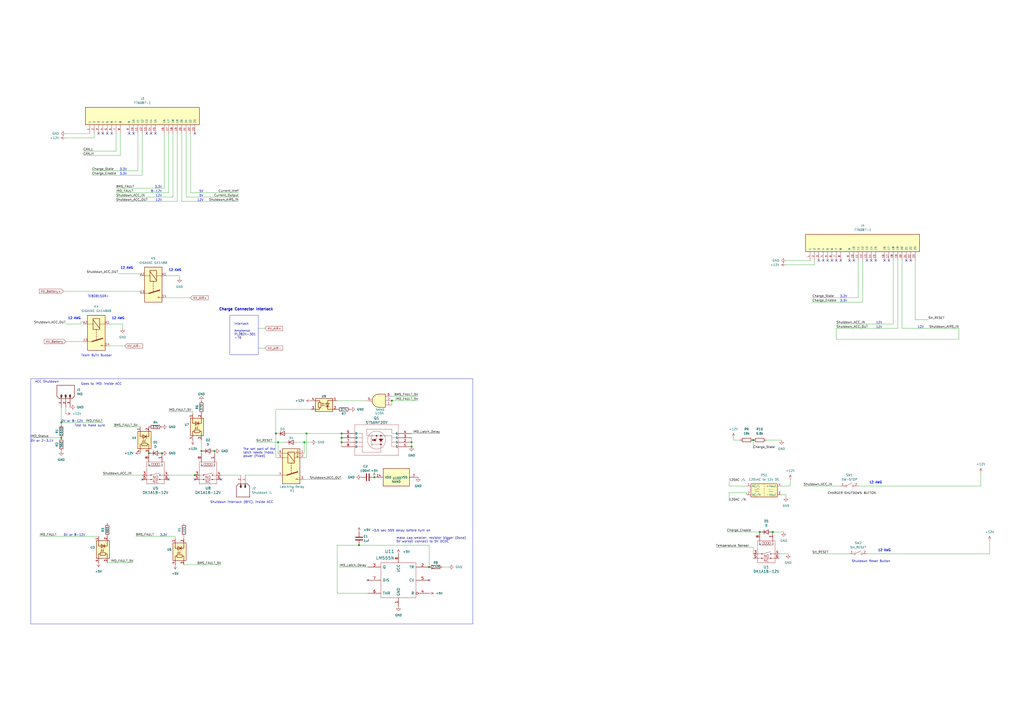
<source format=kicad_sch>
(kicad_sch (version 20230121) (generator eeschema)
  (paper "A2")
  (lib_symbols
    (symbol "1FS_2_Global_Symbol_Library:1053091203" (pin_names (offset 1.016))
      (property "Reference" "J" (at 0 6.35 0))
      (property "Value" "1053091203" (at 0 -7.62 0))
      (symbol "1053091203_0_0"
        (pin passive line (at -5.08 2.54 0) (length 5.08) (name "1") (number "1"))
        (pin passive line (at -5.08 0 0) (length 5.08) (name "2") (number "2"))
        (pin passive line (at -5.08 -2.54 0) (length 5.08) (name "3") (number "3"))
      )
    )
    (symbol "1FS_2_Global_Symbol_Library:776087-1" (pin_names (offset 1.016))
      (property "Reference" "J" (at -5.0808 33.7876 0))
      (property "Value" "776087-1" (at -5.0826 -35.5781 0))
      (symbol "776087-1_0_0"
        (pin passive line (at -10.16 30.48 0) (length 5.08) (name "1") (number "1"))
        (pin passive line (at -10.16 5.08 0) (length 5.08) (name "10") (number "10"))
        (pin passive line (at -10.16 2.54 0) (length 5.08) (name "11") (number "11"))
        (pin passive line (at -10.16 0 0) (length 5.08) (name "12") (number "12"))
        (pin passive line (at -10.16 -2.54 0) (length 5.08) (name "13") (number "13"))
        (pin passive line (at -10.16 -5.08 0) (length 5.08) (name "14") (number "14"))
        (pin passive line (at -10.16 -7.62 0) (length 5.08) (name "15") (number "15"))
        (pin passive line (at -10.16 -12.7 0) (length 5.08) (name "16") (number "16"))
        (pin passive line (at -10.16 -15.24 0) (length 5.08) (name "17") (number "17"))
        (pin passive line (at -10.16 -17.78 0) (length 5.08) (name "18") (number "18"))
        (pin passive line (at -10.16 -20.32 0) (length 5.08) (name "19") (number "19"))
        (pin passive line (at -10.16 27.94 0) (length 5.08) (name "2") (number "2"))
        (pin passive line (at -10.16 -22.86 0) (length 5.08) (name "20") (number "20"))
        (pin passive line (at -10.16 -25.4 0) (length 5.08) (name "21") (number "21"))
        (pin passive line (at -10.16 -27.94 0) (length 5.08) (name "22") (number "22"))
        (pin passive line (at -10.16 -30.48 0) (length 5.08) (name "23") (number "23"))
        (pin passive line (at -10.16 25.4 0) (length 5.08) (name "3") (number "3"))
        (pin passive line (at -10.16 22.86 0) (length 5.08) (name "4") (number "4"))
        (pin passive line (at -10.16 20.32 0) (length 5.08) (name "5") (number "5"))
        (pin passive line (at -10.16 17.78 0) (length 5.08) (name "6") (number "6"))
        (pin passive line (at -10.16 15.24 0) (length 5.08) (name "7") (number "7"))
        (pin passive line (at -10.16 12.7 0) (length 5.08) (name "8") (number "8"))
        (pin passive line (at -10.16 7.62 0) (length 5.08) (name "9") (number "9"))
      )
    )
    (symbol "1_ACC_BOARD:STS6NF20V" (pin_names (offset 0.254))
      (property "Reference" "CR" (at 20.32 10.16 0))
      (property "Value" "STS6NF20V" (at 20.32 7.62 0))
      (symbol "STS6NF20V_0_1"
        (pin unspecified line (at 0 0 0) (length 7.62) (name "S") (number "1"))
        (pin unspecified line (at 0 -2.54 0) (length 7.62) (name "S") (number "2"))
        (pin unspecified line (at 0 -5.08 0) (length 7.62) (name "S") (number "3"))
        (pin unspecified line (at 0 -7.62 0) (length 7.62) (name "G") (number "4"))
        (pin unspecified line (at 40.64 -7.62 180) (length 7.62) (name "D") (number "5"))
        (pin unspecified line (at 40.64 -5.08 180) (length 7.62) (name "D") (number "6"))
        (pin unspecified line (at 40.64 -2.54 180) (length 7.62) (name "D") (number "7"))
        (pin unspecified line (at 40.64 0 180) (length 7.62) (name "D") (number "8"))
      )
    )
    (symbol "1_Personal_FS_Library:G6BK-1114P-US"
      (property "Reference" "K" (at -2.54 15.24 0))
      (property "Value" "G6BK-1114P-US" (at 0 -7.62 0))
      (symbol "G6BK-1114P-US_1_1"
        (text "R+" (at 3.81 10.16 900) (effects (font (size 1.016 1.016))))
        (text "S+" (at 3.81 12.7 900) (effects (font (size 1.016 1.016))))
        (pin passive line (at 7.62 11.43 180) (length 2.54) (name "~") (number "1"))
        (pin passive line (at 7.62 8.89 180) (length 2.54) (name "~") (number "2"))
        (pin passive line (at 7.62 -3.81 180) (length 2.54) (name "~") (number "3"))
        (pin passive line (at -7.62 -1.27 0) (length 2.54) (name "~") (number "4"))
        (pin passive line (at -7.62 8.89 0) (length 2.54) (name "~") (number "5"))
        (pin passive line (at -7.62 11.43 0) (length 2.54) (name "~") (number "6"))
      )
    )
    (symbol "2FS-1_Symbol Library:DK1A1B-12V" (pin_names (offset 1.016))
      (property "Reference" "U" (at -2.54 0 0))
      (property "Value" "DK1A1B-12V" (at 6.35 0 90))
      (symbol "DK1A1B-12V_0_0"
        (text "NC" (at 3.81 0 900) (effects (font (size 1.524 1.524))))
        (text "NO" (at 1.27 0 900) (effects (font (size 1.524 1.524))))
      )
      (symbol "DK1A1B-12V_1_1"
        (pin power_in line (at -12.7 -3.81 0) (length 5.08) (name "-") (number "1"))
        (pin passive line (at 0 7.62 270) (length 2.54) (name "~") (number "3"))
        (pin passive line (at 0 -7.62 90) (length 2.54) (name "~") (number "4"))
        (pin passive line (at 2.54 7.62 270) (length 2.54) (name "~") (number "5"))
        (pin passive line (at 2.54 -7.62 90) (length 2.54) (name "~") (number "6"))
        (pin power_in line (at -12.7 3.81 0) (length 5.08) (name "+") (number "8"))
      )
    )
    (symbol "2FS-1_Symbol Library:LM555N" (pin_names (offset 1.016))
      (property "Reference" "U" (at 0 0 0))
      (property "Value" "LM555N" (at 0 2.54 0))
      (symbol "LM555N_0_0"
        (pin power_in line (at 0 -15.24 90) (length 5.08) (name "GND") (number "1"))
        (pin power_in line (at 0 15.24 270) (length 5.08) (name "VCC") (number "8"))
      )
      (symbol "LM555N_1_1"
        (pin input line (at -17.78 7.62 0) (length 7.62) (name "TR") (number "2"))
        (pin output line (at 17.78 7.62 180) (length 7.62) (name "Q") (number "3"))
        (pin input inverted (at -17.78 -7.62 0) (length 7.62) (name "R") (number "4"))
        (pin input line (at -17.78 0 0) (length 7.62) (name "CV") (number "5"))
        (pin input line (at 17.78 -7.62 180) (length 7.62) (name "THR") (number "6"))
        (pin input line (at 17.78 0 180) (length 7.62) (name "DIS") (number "7"))
      )
    )
    (symbol "4xxx:4023" (pin_names (offset 1.016))
      (property "Reference" "U" (at 0 1.27 0))
      (property "Value" "4023" (at 0 -1.27 0))
      (symbol "4023_1_1"
        (pin input line (at -7.62 2.54 0) (length 3.81) (name "~") (number "1"))
        (pin input line (at -7.62 0 0) (length 3.81) (name "~") (number "2"))
        (pin input line (at -7.62 -2.54 0) (length 3.81) (name "~") (number "8"))
        (pin output inverted (at 7.62 0 180) (length 3.81) (name "~") (number "9"))
      )
      (symbol "4023_1_2"
        (pin input inverted (at -7.62 2.54 0) (length 4.318) (name "~") (number "1"))
        (pin input inverted (at -7.62 0 0) (length 4.953) (name "~") (number "2"))
        (pin input inverted (at -7.62 -2.54 0) (length 4.318) (name "~") (number "8"))
        (pin output line (at 7.62 0 180) (length 3.81) (name "~") (number "9"))
      )
      (symbol "4023_2_1"
        (pin input line (at -7.62 2.54 0) (length 3.81) (name "~") (number "3"))
        (pin input line (at -7.62 0 0) (length 3.81) (name "~") (number "4"))
        (pin input line (at -7.62 -2.54 0) (length 3.81) (name "~") (number "5"))
        (pin output inverted (at 7.62 0 180) (length 3.81) (name "~") (number "6"))
      )
      (symbol "4023_2_2"
        (pin input inverted (at -7.62 2.54 0) (length 4.318) (name "~") (number "3"))
        (pin input inverted (at -7.62 0 0) (length 4.953) (name "~") (number "4"))
        (pin input inverted (at -7.62 -2.54 0) (length 4.318) (name "~") (number "5"))
        (pin output line (at 7.62 0 180) (length 3.81) (name "~") (number "6"))
      )
      (symbol "4023_3_1"
        (pin output inverted (at 7.62 0 180) (length 3.81) (name "~") (number "10"))
        (pin input line (at -7.62 2.54 0) (length 3.81) (name "~") (number "11"))
        (pin input line (at -7.62 0 0) (length 3.81) (name "~") (number "12"))
        (pin input line (at -7.62 -2.54 0) (length 3.81) (name "~") (number "13"))
      )
      (symbol "4023_3_2"
        (pin output line (at 7.62 0 180) (length 3.81) (name "~") (number "10"))
        (pin input inverted (at -7.62 2.54 0) (length 4.318) (name "~") (number "11"))
        (pin input inverted (at -7.62 0 0) (length 4.953) (name "~") (number "12"))
        (pin input inverted (at -7.62 -2.54 0) (length 4.318) (name "~") (number "13"))
      )
      (symbol "4023_4_0"
        (pin power_in line (at 0 12.7 270) (length 5.08) (name "VDD") (number "14"))
        (pin power_in line (at 0 -12.7 90) (length 5.08) (name "VSS") (number "7"))
      )
    )
    (symbol "Converter_ACDC:HLK-5M03"
      (property "Reference" "PS" (at 0 5.08 0))
      (property "Value" "HLK-5M03" (at 0 -5.08 0))
      (symbol "HLK-5M03_1_1"
        (pin power_in line (at -10.16 2.54 0) (length 2.54) (name "AC/L") (number "1"))
        (pin power_in line (at -10.16 -2.54 0) (length 2.54) (name "AC/N") (number "2"))
        (pin power_out line (at 10.16 -2.54 180) (length 2.54) (name "-Vout") (number "3"))
        (pin power_out line (at 10.16 2.54 180) (length 2.54) (name "+Vout") (number "4"))
      )
    )
    (symbol "Device:C" (pin_numbers hide) (pin_names (offset 0.254))
      (property "Reference" "C" (at 0.635 2.54 0))
      (property "Value" "C" (at 0.635 -2.54 0))
      (symbol "C_1_1"
        (pin passive line (at 0 3.81 270) (length 2.794) (name "~") (number "1"))
        (pin passive line (at 0 -3.81 90) (length 2.794) (name "~") (number "2"))
      )
    )
    (symbol "Device:D" (pin_numbers hide) (pin_names (offset 1.016) hide)
      (property "Reference" "D" (at 0 2.54 0))
      (property "Value" "D" (at 0 -2.54 0))
      (symbol "D_1_1"
        (pin passive line (at -3.81 0 0) (length 2.54) (name "K") (number "1"))
        (pin passive line (at 3.81 0 180) (length 2.54) (name "A") (number "2"))
      )
    )
    (symbol "Device:R" (pin_numbers hide) (pin_names (offset 0))
      (property "Reference" "R" (at 2.032 0 90))
      (property "Value" "R" (at 0 0 90))
      (symbol "R_1_1"
        (pin passive line (at 0 3.81 270) (length 1.27) (name "~") (number "1"))
        (pin passive line (at 0 -3.81 90) (length 1.27) (name "~") (number "2"))
      )
    )
    (symbol "Isolator:NSL-32" (pin_names (offset 0.762) hide)
      (property "Reference" "U" (at 0 5.08 0))
      (property "Value" "NSL-32" (at 0 -5.08 0))
      (symbol "NSL-32_1_1"
        (pin passive line (at -7.62 2.54 0) (length 2.54) (name "A") (number "1"))
        (pin passive line (at -7.62 -2.54 0) (length 2.54) (name "K") (number "2"))
        (pin passive line (at 7.62 -2.54 180) (length 2.54) (name "R") (number "3"))
        (pin passive line (at 7.62 2.54 180) (length 2.54) (name "R") (number "4"))
      )
    )
    (symbol "R_1" (pin_numbers hide) (pin_names (offset 0))
      (property "Reference" "R" (at 2.032 0 90))
      (property "Value" "R" (at 0 0 90))
      (symbol "R_1_1_1"
        (pin passive line (at 0 3.81 270) (length 1.27) (name "~") (number "1"))
        (pin passive line (at 0 -3.81 90) (length 1.27) (name "~") (number "2"))
      )
    )
    (symbol "R_2" (pin_numbers hide) (pin_names (offset 0))
      (property "Reference" "R" (at 2.032 0 90))
      (property "Value" "R" (at 0 0 90))
      (symbol "R_2_1_1"
        (pin passive line (at 0 3.81 270) (length 1.27) (name "~") (number "1"))
        (pin passive line (at 0 -3.81 90) (length 1.27) (name "~") (number "2"))
      )
    )
    (symbol "R_7" (pin_numbers hide) (pin_names (offset 0))
      (property "Reference" "R" (at 2.032 0 90))
      (property "Value" "R" (at 0 0 90))
      (symbol "R_7_1_1"
        (pin passive line (at 0 3.81 270) (length 1.27) (name "~") (number "1"))
        (pin passive line (at 0 -3.81 90) (length 1.27) (name "~") (number "2"))
      )
    )
    (symbol "R_8" (pin_numbers hide) (pin_names (offset 0))
      (property "Reference" "R" (at 2.032 0 90))
      (property "Value" "R" (at 0 0 90))
      (symbol "R_8_1_1"
        (pin passive line (at 0 3.81 270) (length 1.27) (name "~") (number "1"))
        (pin passive line (at 0 -3.81 90) (length 1.27) (name "~") (number "2"))
      )
    )
    (symbol "Relay:Relay_SPST-NO"
      (property "Reference" "K" (at 11.43 3.81 0))
      (property "Value" "Relay_SPST-NO" (at 11.43 1.27 0))
      (symbol "Relay_SPST-NO_1_1"
        (pin passive line (at 5.08 -7.62 90) (length 2.54) (name "~") (number "13"))
        (pin passive line (at 7.62 7.62 270) (length 2.54) (name "~") (number "14"))
        (pin passive line (at -5.08 7.62 270) (length 2.54) (name "~") (number "A1"))
        (pin passive line (at -5.08 -7.62 90) (length 2.54) (name "~") (number "A2"))
      )
    )
    (symbol "Switch:SW_SPST" (pin_names (offset 0) hide)
      (property "Reference" "SW" (at 0 3.175 0))
      (property "Value" "SW_SPST" (at 0 -2.54 0))
      (symbol "SW_SPST_1_1"
        (pin passive line (at -5.08 0 0) (length 2.54) (name "A") (number "1"))
        (pin passive line (at 5.08 0 180) (length 2.54) (name "B") (number "2"))
      )
    )
    (symbol "molex_1053091202:1053091202" (pin_names (offset 1.016))
      (property "Reference" "J" (at 0 3.81 0))
      (property "Value" "1053091202" (at 0 -7.62 0))
      (symbol "1053091202_0_0"
        (pin passive line (at -5.08 0 0) (length 5.08) (name "1") (number "1"))
        (pin passive line (at -5.08 -2.54 0) (length 5.08) (name "2") (number "2"))
      )
    )
    (symbol "power:+12V" (power) (pin_names (offset 0))
      (property "Value" "+12V" (at 0 3.556 0))
      (symbol "+12V_1_1"
        (pin power_in line (at 0 0 90) (length 0) hide (name "+12V") (number "1"))
      )
    )
    (symbol "power:+5V" (power) (pin_names (offset 0))
      (property "Value" "+5V" (at 0 3.556 0))
      (symbol "+5V_1_1"
        (pin power_in line (at 0 0 90) (length 0) hide (name "+5V") (number "1"))
      )
    )
    (symbol "power:GND" (power) (pin_names (offset 0))
      (property "Value" "GND" (at 0 -3.81 0))
      (symbol "GND_1_1"
        (pin power_in line (at 0 0 270) (length 0) hide (name "GND") (number "1"))
      )
    )
  )
  (junction (at 113.03 275.59))
  (junction (at 176.53 256.54))
  (junction (at 217.17 276.86))
  (junction (at 440.69 308.61))
  (junction (at 124.46 261.62))
  (junction (at 86.36 262.89))
  (junction (at 448.31 308.61))
  (junction (at 177.8 251.46))
  (junction (at 208.28 316.23))
  (junction (at 198.12 254))
  (junction (at 198.12 256.54))
  (junction (at 116.84 261.62))
  (junction (at 35.56 245.11))
  (junction (at 227.33 232.41))
  (junction (at 160.02 251.46))
  (junction (at 248.92 328.93))
  (junction (at 93.98 262.89))
  (junction (at 238.76 259.08))
  (junction (at 198.12 251.46))
  (junction (at 238.76 256.54))
  (junction (at 436.88 255.27))
  (junction (at 35.56 254))
  (junction (at 161.29 256.54))
  (no_connect (at 474.98 151.13))
  (no_connect (at 113.03 278.13))
  (no_connect (at 525.78 151.13))
  (no_connect (at 482.6 151.13))
  (no_connect (at 97.79 278.13))
  (no_connect (at 248.92 336.55))
  (no_connect (at 64.77 77.47))
  (no_connect (at 113.03 77.47))
  (no_connect (at 480.06 151.13))
  (no_connect (at 77.47 77.47))
  (no_connect (at 513.08 151.13))
  (no_connect (at 82.55 278.13))
  (no_connect (at 85.09 77.47))
  (no_connect (at 495.3 151.13))
  (no_connect (at 477.52 151.13))
  (no_connect (at 128.27 278.13))
  (no_connect (at 213.36 336.55))
  (no_connect (at 502.92 151.13))
  (no_connect (at 59.69 77.47))
  (no_connect (at 508 151.13))
  (no_connect (at 87.63 77.47))
  (no_connect (at 57.15 77.47))
  (no_connect (at 62.23 77.47))
  (no_connect (at 505.46 151.13))
  (no_connect (at 515.62 151.13))
  (no_connect (at 487.68 151.13))
  (no_connect (at 74.93 77.47))
  (no_connect (at 90.17 77.47))
  (no_connect (at 485.14 151.13))
  (no_connect (at 492.76 151.13))
  (no_connect (at 528.32 151.13))
  (wire (pts (xy 212.09 232.41) (xy 195.58 232.41)))
  (wire (pts (xy 227.33 232.41) (xy 227.33 234.95)))
  (wire (pts (xy 180.34 237.49) (xy 160.02 237.49)))
  (wire (pts (xy 198.12 251.46) (xy 177.8 251.46)))
  (wire (pts (xy 71.12 187.96) (xy 71.12 190.5)))
  (wire (pts (xy 142.24 275.59) (xy 161.29 275.59)))
  (wire (pts (xy 17.78 254) (xy 35.56 254)))
  (wire (pts (xy 422.91 285.75) (xy 433.07 285.75)))
  (wire (pts (xy 256.54 328.93) (xy 260.35 328.93)))
  (wire (pts (xy 102.87 77.47) (xy 102.87 116.84)))
  (wire (pts (xy 455.93 151.13) (xy 469.9 151.13)))
  (wire (pts (xy 97.79 238.76) (xy 111.76 238.76)))
  (wire (pts (xy 518.16 151.13) (xy 518.16 187.96)))
  (wire (pts (xy 167.64 251.46) (xy 177.8 251.46)))
  (wire (pts (xy 242.57 232.41) (xy 227.33 232.41)))
  (wire (pts (xy 523.24 151.13) (xy 523.24 190.5)))
  (wire (pts (xy 568.96 274.32) (xy 568.96 281.94)))
  (wire (pts (xy 485.14 187.96) (xy 518.16 187.96)))
  (wire (pts (xy 198.12 256.54) (xy 198.12 254)))
  (wire (pts (xy 22.86 311.15) (xy 57.15 311.15)))
  (wire (pts (xy 421.64 308.61) (xy 440.69 308.61)))
  (wire (pts (xy 97.79 77.47) (xy 97.79 111.76)))
  (wire (pts (xy 48.26 186.69) (xy 48.26 187.96)))
  (wire (pts (xy 497.84 172.72) (xy 471.17 172.72)))
  (wire (pts (xy 59.69 275.59) (xy 82.55 275.59)))
  (wire (pts (xy 53.34 101.6) (xy 82.55 101.6)))
  (wire (pts (xy 556.26 196.85) (xy 485.14 196.85)))
  (wire (pts (xy 35.56 236.22) (xy 35.56 245.11)))
  (wire (pts (xy 101.6 311.15) (xy 101.6 312.42)))
  (wire (pts (xy 82.55 77.47) (xy 82.55 101.6)))
  (wire (pts (xy 67.31 111.76) (xy 97.79 111.76)))
  (wire (pts (xy 453.39 281.94) (xy 458.47 281.94)))
  (wire (pts (xy 198.12 259.08) (xy 198.12 256.54)))
  (wire (pts (xy 48.26 87.63) (xy 67.31 87.63)))
  (wire (pts (xy 96.52 160.02) (xy 104.14 160.02)))
  (wire (pts (xy 195.58 344.17) (xy 213.36 344.17)))
  (wire (pts (xy 453.39 287.02) (xy 455.93 287.02)))
  (wire (pts (xy 422.91 279.4) (xy 422.91 281.94)))
  (wire (pts (xy 497.84 151.13) (xy 497.84 172.72)))
  (wire (pts (xy 116.84 261.62) (xy 116.84 262.89)))
  (wire (pts (xy 111.76 238.76) (xy 111.76 240.03)))
  (wire (pts (xy 54.61 77.47) (xy 54.61 80.01)))
  (wire (pts (xy 160.02 265.43) (xy 161.29 265.43)))
  (wire (pts (xy 81.28 158.75) (xy 81.28 160.02)))
  (wire (pts (xy 97.79 275.59) (xy 113.03 275.59)))
  (wire (pts (xy 520.7 151.13) (xy 520.7 190.5)))
  (wire (pts (xy 425.45 254) (xy 425.45 255.27)))
  (wire (pts (xy 502.92 321.31) (xy 574.04 321.31)))
  (wire (pts (xy 148.59 256.54) (xy 161.29 256.54)))
  (wire (pts (xy 208.28 316.23) (xy 248.92 316.23)))
  (wire (pts (xy 530.86 151.13) (xy 530.86 185.42)))
  (wire (pts (xy 500.38 151.13) (xy 500.38 175.26)))
  (wire (pts (xy 36.83 168.91) (xy 81.28 168.91)))
  (wire (pts (xy 196.85 328.93) (xy 213.36 328.93)))
  (wire (pts (xy 38.1 240.03) (xy 38.1 236.22)))
  (wire (pts (xy 105.41 77.47) (xy 105.41 116.84)))
  (wire (pts (xy 138.43 116.84) (xy 105.41 116.84)))
  (wire (pts (xy 195.58 316.23) (xy 195.58 344.17)))
  (wire (pts (xy 139.7 275.59) (xy 128.27 275.59)))
  (wire (pts (xy 69.85 77.47) (xy 69.85 90.17)))
  (wire (pts (xy 38.1 187.96) (xy 46.99 187.96)))
  (wire (pts (xy 176.53 265.43) (xy 177.8 265.43)))
  (wire (pts (xy 176.53 256.54) (xy 172.72 256.54)))
  (wire (pts (xy 238.76 259.08) (xy 238.76 256.54)))
  (wire (pts (xy 436.88 255.27) (xy 436.88 260.35)))
  (wire (pts (xy 62.23 326.39) (xy 77.47 326.39)))
  (wire (pts (xy 38.1 198.12) (xy 48.26 198.12)))
  (wire (pts (xy 556.26 190.5) (xy 523.24 190.5)))
  (wire (pts (xy 67.31 109.22) (xy 95.25 109.22)))
  (wire (pts (xy 46.99 187.96) (xy 46.99 186.69)))
  (wire (pts (xy 67.31 116.84) (xy 102.87 116.84)))
  (wire (pts (xy 485.14 196.85) (xy 485.14 190.5)))
  (wire (pts (xy 176.53 256.54) (xy 180.34 256.54)))
  (wire (pts (xy 63.5 187.96) (xy 71.12 187.96)))
  (wire (pts (xy 433.07 285.75) (xy 433.07 287.02)))
  (wire (pts (xy 46.99 186.69) (xy 48.26 186.69)))
  (wire (pts (xy 35.56 245.11) (xy 59.69 245.11)))
  (wire (pts (xy 436.88 317.5) (xy 436.88 321.31)))
  (wire (pts (xy 96.52 172.72) (xy 110.49 172.72)))
  (wire (pts (xy 448.31 308.61) (xy 454.66 308.61)))
  (wire (pts (xy 81.28 168.91) (xy 81.28 170.18)))
  (wire (pts (xy 452.12 321.31) (xy 457.2 321.31)))
  (wire (pts (xy 176.53 262.89) (xy 176.53 256.54)))
  (wire (pts (xy 104.14 160.02) (xy 104.14 161.29)))
  (wire (pts (xy 574.04 313.69) (xy 574.04 321.31)))
  (wire (pts (xy 149.86 190.5) (xy 153.67 190.5)))
  (wire (pts (xy 124.46 262.89) (xy 124.46 261.62)))
  (wire (pts (xy 67.31 114.3) (xy 100.33 114.3)))
  (wire (pts (xy 198.12 254) (xy 198.12 251.46)))
  (wire (pts (xy 530.86 185.42) (xy 538.48 185.42)))
  (wire (pts (xy 242.57 229.87) (xy 227.33 229.87)))
  (wire (pts (xy 455.93 287.02) (xy 455.93 288.29)))
  (wire (pts (xy 100.33 77.47) (xy 100.33 114.3)))
  (wire (pts (xy 161.29 256.54) (xy 161.29 262.89)))
  (wire (pts (xy 425.45 255.27) (xy 429.26 255.27)))
  (wire (pts (xy 485.14 190.5) (xy 520.7 190.5)))
  (wire (pts (xy 556.26 190.5) (xy 556.26 196.85)))
  (wire (pts (xy 238.76 256.54) (xy 238.76 254)))
  (wire (pts (xy 110.49 77.47) (xy 110.49 111.76)))
  (wire (pts (xy 66.04 247.65) (xy 81.28 247.65)))
  (wire (pts (xy 472.44 151.13) (xy 472.44 153.67)))
  (wire (pts (xy 160.02 251.46) (xy 160.02 265.43)))
  (wire (pts (xy 35.56 246.38) (xy 35.56 245.11)))
  (wire (pts (xy 106.68 327.66) (xy 128.27 327.66)))
  (wire (pts (xy 80.01 99.06) (xy 53.34 99.06)))
  (wire (pts (xy 176.53 278.13) (xy 198.12 278.13)))
  (wire (pts (xy 458.47 278.13) (xy 458.47 281.94)))
  (wire (pts (xy 48.26 90.17) (xy 69.85 90.17)))
  (wire (pts (xy 248.92 316.23) (xy 248.92 328.93)))
  (wire (pts (xy 106.68 312.42) (xy 106.68 311.15)))
  (wire (pts (xy 165.1 256.54) (xy 161.29 256.54)))
  (wire (pts (xy 107.95 114.3) (xy 138.43 114.3)))
  (wire (pts (xy 177.8 251.46) (xy 177.8 265.43)))
  (wire (pts (xy 255.27 251.46) (xy 238.76 251.46)))
  (wire (pts (xy 107.95 77.47) (xy 107.95 114.3)))
  (wire (pts (xy 455.93 153.67) (xy 472.44 153.67)))
  (wire (pts (xy 160.02 237.49) (xy 160.02 251.46)))
  (wire (pts (xy 38.1 77.47) (xy 52.07 77.47)))
  (wire (pts (xy 78.74 311.15) (xy 101.6 311.15)))
  (wire (pts (xy 116.84 255.27) (xy 116.84 261.62)))
  (wire (pts (xy 422.91 285.75) (xy 422.91 290.83)))
  (wire (pts (xy 471.17 175.26) (xy 500.38 175.26)))
  (wire (pts (xy 422.91 281.94) (xy 433.07 281.94)))
  (wire (pts (xy 95.25 77.47) (xy 95.25 109.22)))
  (wire (pts (xy 195.58 316.23) (xy 208.28 316.23)))
  (wire (pts (xy 497.84 281.94) (xy 568.96 281.94)))
  (wire (pts (xy 38.1 80.01) (xy 54.61 80.01)))
  (wire (pts (xy 149.86 201.93) (xy 153.67 201.93)))
  (wire (pts (xy 115.57 275.59) (xy 113.03 275.59)))
  (wire (pts (xy 415.29 317.5) (xy 436.88 317.5)))
  (wire (pts (xy 471.17 321.31) (xy 492.76 321.31)))
  (wire (pts (xy 80.01 77.47) (xy 80.01 99.06)))
  (wire (pts (xy 63.5 200.66) (xy 72.39 200.66)))
  (wire (pts (xy 466.09 281.94) (xy 487.68 281.94)))
  (wire (pts (xy 444.5 255.27) (xy 453.39 255.27)))
  (wire (pts (xy 110.49 111.76) (xy 138.43 111.76)))
  (wire (pts (xy 68.58 158.75) (xy 81.28 158.75)))
  (wire (pts (xy 67.31 87.63) (xy 67.31 77.47)))
  (rectangle (start 17.78 219.71) (end 274.32 361.95))
  (rectangle (start 133.35 182.88) (end 149.86 205.74))
  (rectangle (start 110.49 177.8) (end 110.49 177.8))
  (text "5V" (at 115.57 114.3 0) (effects (font (size 1.27 1.27)) (justify left bottom)))
  (text "3.3V" (at 92.71 311.15 0) (effects (font (size 1.27 1.27)) (justify left bottom)))
  (text "Charge Connector Interlock\n" (at 127 180.34 0) (effects (font (size 1.5 1.5) (thickness 0.3) bold) (justify left bottom)))
  (text "ACC Shutdown" (at 20.32 222.25 0) (effects (font (size 1.27 1.27)) (justify left bottom)))
  (text "12 AWG" (at 97.79 157.48 0) (effects (font (size 1.27 1.27) (thickness 0.254) bold) (justify left bottom)))
  (text "12 AWG" (at 64.77 185.42 0) (effects (font (size 1.27 1.27) (thickness 0.254) bold) (justify left bottom)))
  (text "12 AWG\n" (at 69.85 156.21 0) (effects (font (size 1.27 1.27) (thickness 0.254) bold) (justify left bottom)))
  (text "3.3V" (at 93.98 109.22 0) (effects (font (size 1.27 1.27)) (justify right bottom)))
  (text "3.3V" (at 491.49 175.26 0) (effects (font (size 1.27 1.27)) (justify right bottom)))
  (text "0V or 2-3.1V" (at 17.78 256.54 0) (effects (font (size 1.27 1.27)) (justify left bottom)))
  (text "3.3V" (at 73.66 101.6 0) (effects (font (size 1.27 1.27)) (justify right bottom)))
  (text "make cap smaller, resistor bigger (Done)\n5V works!; connect to 5V DCDC" (at 229.87 314.96 0) (effects (font (size 1.27 1.27)) (justify left bottom)))
  (text "Test to make sure" (at 43.18 247.65 0) (effects (font (size 1.27 1.27)) (justify left bottom)))
  (text "12V" (at 535.94 190.5 0) (effects (font (size 1.27 1.27)) (justify right bottom)))
  (text "8-12V" (at 93.98 111.76 0) (effects (font (size 1.27 1.27)) (justify right bottom)))
  (text "12V" (at 511.81 190.5 0) (effects (font (size 1.27 1.27)) (justify right bottom)))
  (text "12V" (at 93.98 116.84 0) (effects (font (size 1.27 1.27)) (justify right bottom)))
  (text "Team Built Busbar" (at 46.99 207.01 0) (effects (font (size 1.27 1.27)) (justify left bottom)))
  (text "Goes to IMD; inside ACC" (at 46.99 223.52 0) (effects (font (size 1.27 1.27)) (justify left bottom)))
  (text "0V or 8-12V" (at 35.56 245.11 0) (effects (font (size 1.27 1.27)) (justify left bottom)))
  (text "12V" (at 118.11 116.84 0) (effects (font (size 1.27 1.27)) (justify right bottom)))
  (text "~3.5 sec 555 delay before turn on" (at 215.9 308.61 0) (effects (font (size 1.27 1.27)) (justify left bottom)))
  (text "Shutdown Reset Button\n" (at 494.03 326.39 0) (effects (font (size 1.27 1.27)) (justify left bottom)))
  (text "0V or 8-12V" (at 36.83 311.15 0) (effects (font (size 1.27 1.27)) (justify left bottom)))
  (text "5V" (at 115.57 111.76 0) (effects (font (size 1.27 1.27)) (justify left bottom)))
  (text "12V" (at 511.81 187.96 0) (effects (font (size 1.27 1.27)) (justify right bottom)))
  (text "3.3V" (at 491.49 172.72 0) (effects (font (size 1.27 1.27)) (justify right bottom)))
  (text "12 AWG" (at 504.19 280.67 0) (effects (font (size 1.27 1.27) (thickness 0.254) bold) (justify left bottom)))
  (text "12 AWG" (at 39.37 185.42 0) (effects (font (size 1.27 1.27) (thickness 0.254) bold) (justify left bottom)))
  (text "TE8DB15DRJ" (at 50.8 172.72 0) (effects (font (size 1.27 1.27)) (justify left bottom)))
  (text "12V" (at 93.98 114.3 0) (effects (font (size 1.27 1.27)) (justify right bottom)))
  (text "3.3V" (at 73.66 99.06 0) (effects (font (size 1.27 1.27)) (justify right bottom)))
  (text "12 AWG" (at 509.27 320.04 0) (effects (font (size 1.27 1.27) (thickness 0.254) bold) (justify left bottom)))
  (text "Interlock\n\nAmphenol \nPL282X-301\n-70" (at 135.89 196.85 0) (effects (font (size 1.27 1.27)) (justify left bottom)))
  (text "The set part of the \nlatch needs indep. \npower (fixed)" (at 140.97 265.43 0) (effects (font (size 1.27 1.27)) (justify left bottom)))
  (text "Shutdown interlock (BFC), inside ACC" (at 121.92 292.1 0) (effects (font (size 1.27 1.27)) (justify left bottom)))
  (label "CHARGER SHUTDOWN BUTTON" (at 480.06 287.02 0))
  (label "BMS_FAULT_5V" (at 66.04 247.65 0))
  (label "IMD_FAULT" (at 67.31 111.76 0))
  (label "120AC {slash}L" (at 422.91 279.4 0))
  (label "Shutdown_ACC_IN" (at 67.31 114.3 0))
  (label "IMD_Latch_Delay" (at 196.85 328.93 0))
  (label "CAN_H" (at 48.26 90.17 0))
  (label "Charge_Enable" (at 53.34 101.6 0))
  (label "Charge_State" (at 471.17 172.72 0))
  (label "BMS_FAULT_5V" (at 242.57 229.87 180))
  (label "Shutdown_ACC_OUT" (at 485.14 190.5 0))
  (label "Temperature Sensor" (at 415.29 317.5 0))
  (label "Shutdown_AIRS_IN" (at 138.43 116.84 180))
  (label "Shutdown_ACC_OUT" (at 38.1 187.96 180))
  (label "Shutdown_ACC_IN" (at 485.14 187.96 0))
  (label "Charge_State" (at 53.34 99.06 0))
  (label "Shutdown_ACC_OUT" (at 198.12 278.13 180))
  (label "SH_RESET" (at 148.59 256.54 0))
  (label "120AC {slash}N" (at 422.91 290.83 0))
  (label "IMD_Latch_Delay" (at 255.27 251.46 180))
  (label "BMS_FAULT" (at 67.31 109.22 0))
  (label "BMS_FAULT_5V" (at 128.27 327.66 180))
  (label "SH_RESET" (at 538.48 185.42 0))
  (label "IMD_FAULT_5V" (at 242.57 232.41 180))
  (label "Charge_Enable" (at 471.17 175.26 0))
  (label "Shutdown_ACC_OUT" (at 68.58 158.75 180))
  (label "IMD_Status" (at 17.78 254 0))
  (label "IMD_FAULT_5V" (at 97.79 238.76 0))
  (label "CAN_L" (at 48.26 87.63 0))
  (label "Shutdown_ACC_IN" (at 466.09 281.94 0))
  (label "Shutdown_ACC_OUT" (at 67.31 116.84 0))
  (label "IMD_FAULT" (at 22.86 311.15 0))
  (label "Charge_Enable" (at 421.64 308.61 0))
  (label "Shutdown_ACC_IN" (at 59.69 275.59 0))
  (label "Current_Vref" (at 138.43 111.76 180))
  (label "BMS_FAULT" (at 78.74 311.15 0))
  (label "IMD_FAULT" (at 59.69 245.11 180))
  (label "IMD_FAULT_5V" (at 77.47 326.39 180))
  (label "Charge_State" (at 436.88 260.35 0))
  (label "SH_RESET" (at 471.17 321.31 0))
  (label "Shutdown_AIRS_IN" (at 556.26 190.5 180))
  (label "Current_Output" (at 138.43 114.3 180))
  (global_label "HV_AIR-" (shape input) (at 153.67 201.93 0) (property "Intersheetrefs" "${INTERSHEET_REFS}" (effects hide)))
  (global_label "HV_AIR-" (shape input) (at 72.39 200.66 0) (property "Intersheetrefs" "${INTERSHEET_REFS}" (effects hide)))
  (global_label "HV_Battery+" (shape input) (at 36.83 168.91 180) (property "Intersheetrefs" "${INTERSHEET_REFS}" (effects hide)))
  (global_label "HV_AIR+" (shape input) (at 110.49 172.72 0) (property "Intersheetrefs" "${INTERSHEET_REFS}" (effects hide)))
  (global_label "HV_AIR+" (shape input) (at 153.67 190.5 0) (property "Intersheetrefs" "${INTERSHEET_REFS}" (effects hide)))
  (global_label "HV_Battery" (shape input) (at 38.1 198.12 180) (property "Intersheetrefs" "${INTERSHEET_REFS}" (effects hide)))
  (symbol (lib_id "power:+12V") (at 568.96 274.32 0) (unit 1)
    (property "Reference" "#PWR033" (effects hide))
    (property "Value" "+12V" (at 568.96 269.24 0))
  )
  (symbol (lib_id "power:GND") (at 180.34 256.54 90) (unit 1)
    (property "Reference" "#PWR022" (effects hide))
    (property "Value" "GND" (at 184.15 256.54 90) (effects (justify right)))
  )
  (symbol (lib_id "Isolator:NSL-32") (at 114.3 247.65 90) (mirror x) (unit 1)
    (property "Reference" "U7" (at 109.728 246.38 90) (effects (justify left)))
    (property "Value" "NSL-32" (effects hide))
    (property "Footprint" "1FS_2_Global_Footprint_Library:OptoCoupler 6-SOP" (effects hide))
    (property "Datasheet" "https://www.mouser.com/datasheet/2/408/TLP3122A_datasheet_en_20181025-1320885.pdf" (effects hide))
  )
  (symbol (lib_id "Device:D") (at 444.5 308.61 0) (unit 1)
    (property "Reference" "D5" (at 444.5 302.26 0))
    (property "Value" "D" (at 444.5 304.8 0))
    (property "Footprint" "Diode_SMD:D_2010_5025Metric_Pad1.52x2.65mm_HandSolder" (effects hide))
    (property "Sim.Device" "D" (effects hide))
    (property "Sim.Pins" "1=K 2=A" (effects hide))
  )
  (symbol (lib_id "Switch:SW_SPST") (at 492.76 281.94 0) (unit 1)
    (property "Reference" "SW1" (at 492.76 275.59 0))
    (property "Value" "SW-STOP" (at 492.76 278.13 0))
    (property "Footprint" "Button_Switch_SMD:Nidec_Copal_CAS-120A" (effects hide))
  )
  (symbol (lib_id "Device:D") (at 120.65 261.62 0) (unit 1)
    (property "Reference" "D2" (at 120.65 255.27 0))
    (property "Value" "D" (at 120.65 257.81 0))
    (property "Footprint" "Diode_SMD:D_2010_5025Metric_Pad1.52x2.65mm_HandSolder" (effects hide))
    (property "Sim.Device" "D" (effects hide))
    (property "Sim.Pins" "1=K 2=A" (effects hide))
  )
  (symbol (lib_id "2FS-1_Symbol Library:DK1A1B-12V") (at 90.17 275.59 90) (mirror x) (unit 1)
    (property "Reference" "U5" (at 90.17 283.21 90) (effects (font (size 1.524 1.524))))
    (property "Value" "DK1A1B-12V" (at 90.17 285.75 90) (effects (font (size 1.524 1.524))))
    (property "Footprint" "1FS_2_Global_Footprint_Library:RELAY_DK2A_PAN" (effects hide))
  )
  (symbol (lib_id "power:GND") (at 38.1 77.47 270) (unit 1)
    (property "Reference" "#PWR02" (effects hide))
    (property "Value" "GND" (at 34.29 77.47 90) (effects (justify right)))
  )
  (symbol (lib_id "power:GND") (at 35.56 261.62 0) (unit 1)
    (property "Reference" "#PWR010" (effects hide))
    (property "Value" "GND" (at 35.56 266.7 0))
  )
  (symbol (lib_name "R_1") (lib_id "Device:R") (at 62.23 307.34 180) (unit 1)
    (property "Reference" "R3" (at 59.69 307.34 90))
    (property "Value" "665" (at 62.23 307.34 90))
    (property "Footprint" "Resistor_SMD:R_0805_2012Metric_Pad1.20x1.40mm_HandSolder" (effects hide))
    (property "Datasheet" "https://www.yageo.com/upload/media/product/products/datasheet/rchip/PYu-RC_Group_51_RoHS_L_12.pdf" (effects hide))
  )
  (symbol (lib_id "power:+12V") (at 180.34 232.41 90) (unit 1)
    (property "Reference" "#PWR021" (effects hide))
    (property "Value" "+12V" (at 176.53 232.41 90) (effects (justify left)))
  )
  (symbol (lib_id "1FS_2_Global_Symbol_Library:1053091203") (at 38.1 231.14 90) (unit 1)
    (property "Reference" "J1" (at 44.45 226.06 90) (effects (justify right)))
    (property "Value" "IMD" (at 44.45 228.6 90) (effects (justify right)))
    (property "Footprint" "1FS_2_Global_Footprint_Library:MOLEX_1053091203" (effects hide))
    (property "PARTREV" "H" (effects hide))
    (property "STANDARD" "Manufacturer Recommendations" (effects hide))
    (property "MAXIMUM_PACKAGE_HEIGHT" "10.51 mm" (effects hide))
    (property "MANUFACTURER" "Molex" (effects hide))
  )
  (symbol (lib_id "power:GND") (at 242.57 276.86 0) (unit 1)
    (property "Reference" "#PWR030" (effects hide))
    (property "Value" "GND" (at 242.57 281.94 0))
  )
  (symbol (lib_id "Converter_ACDC:HLK-5M03") (at 443.23 284.48 0) (unit 1)
    (property "Reference" "PS1" (at 443.23 275.59 0))
    (property "Value" "120vAC to 12v DC" (at 443.23 278.13 0))
  )
  (symbol (lib_id "Switch:SW_SPST") (at 497.84 321.31 0) (unit 1)
    (property "Reference" "SW2" (at 497.84 314.96 0))
    (property "Value" "SH_RESET" (at 497.84 317.5 0))
    (property "Footprint" "Button_Switch_SMD:Nidec_Copal_CAS-120A" (effects hide))
  )
  (symbol (lib_name "R_1") (lib_id "Device:R") (at 106.68 307.34 180) (unit 1)
    (property "Reference" "R5" (at 104.14 307.34 90))
    (property "Value" "205" (at 106.68 307.34 90))
    (property "Footprint" "Resistor_SMD:R_0805_2012Metric_Pad1.20x1.40mm_HandSolder" (effects hide))
    (property "Datasheet" "https://www.yageo.com/upload/media/product/products/datasheet/rchip/PYu-RC_Group_51_RoHS_L_12.pdf" (effects hide))
  )
  (symbol (lib_id "power:GND") (at 124.46 261.62 90) (unit 1)
    (property "Reference" "#PWR020" (effects hide))
    (property "Value" "GND" (at 128.27 261.62 90) (effects (justify right)))
  )
  (symbol (lib_id "power:GND") (at 457.2 321.31 0) (unit 1)
    (property "Reference" "#PWR09" (effects hide))
    (property "Value" "GND" (at 457.2 326.39 0))
  )
  (symbol (lib_id "power:+12V") (at 458.47 278.13 0) (unit 1)
    (property "Reference" "#PWR01" (effects hide))
    (property "Value" "+12V" (at 458.47 273.05 0))
  )
  (symbol (lib_id "4xxx:4023") (at 219.71 232.41 180) (unit 1)
    (property "Reference" "U10" (at 220.091 239.649 0))
    (property "Value" "NAND" (at 220.472 237.617 0))
    (property "Footprint" "Package_DIP:DIP-14_W7.62mm" (effects hide))
    (property "Datasheet" "http://www.intersil.com/content/dam/Intersil/documents/cd40/cd4011bms-12bms-23bms.pdf" (effects hide))
  )
  (symbol (lib_id "power:+12V") (at 111.76 255.27 180) (unit 1)
    (property "Reference" "#PWR018" (effects hide))
    (property "Value" "+12V" (at 111.76 260.35 0))
  )
  (symbol (lib_id "power:+5V") (at 57.15 326.39 180) (unit 1)
    (property "Reference" "#PWR013" (effects hide))
    (property "Value" "+5V" (at 57.15 331.47 0))
  )
  (symbol (lib_id "2FS-1_Symbol Library:DK1A1B-12V") (at 120.65 275.59 90) (mirror x) (unit 1)
    (property "Reference" "U8" (at 120.65 283.21 90) (effects (font (size 1.524 1.524))))
    (property "Value" "DK1A1B-12V" (at 120.65 285.75 90) (effects (font (size 1.524 1.524))))
    (property "Footprint" "1FS_2_Global_Footprint_Library:RELAY_DK2A_PAN" (effects hide))
  )
  (symbol (lib_id "Device:C") (at 208.28 312.42 0) (unit 1)
    (property "Reference" "C1" (at 210.82 311.15 0) (effects (justify left)))
    (property "Value" "1uf" (at 210.82 313.69 0) (effects (justify left)))
    (property "Footprint" "Capacitor_SMD:C_0805_2012Metric_Pad1.18x1.45mm_HandSolder" (effects hide))
    (property "Datasheet" "https://mm.digikey.com/Volume0/opasdata/d220001/medias/docus/5491/0805B105K160DC.pdf" (effects hide))
  )
  (symbol (lib_id "Isolator:NSL-32") (at 104.14 320.04 90) (mirror x) (unit 1)
    (property "Reference" "U6" (at 99.568 318.77 90) (effects (justify left)))
    (property "Value" "NSL-32" (effects hide))
    (property "Footprint" "1FS_2_Global_Footprint_Library:OptoCoupler 6-SOP" (effects hide))
    (property "Datasheet" "https://www.mouser.com/datasheet/2/408/TLP3122A_datasheet_en_20181025-1320885.pdf" (effects hide))
  )
  (symbol (lib_name "R_8") (lib_id "Device:R") (at 199.39 237.49 90) (unit 1)
    (property "Reference" "R7" (at 199.39 240.03 90))
    (property "Value" "374" (at 199.39 237.49 90))
    (property "Footprint" "Resistor_SMD:R_0805_2012Metric_Pad1.20x1.40mm_HandSolder" (effects hide))
  )
  (symbol (lib_name "R_7") (lib_id "Device:R") (at 252.73 328.93 90) (unit 1)
    (property "Reference" "R8" (at 252.73 326.39 90))
    (property "Value" "2.4M" (at 252.73 328.93 90))
    (property "Footprint" "Resistor_SMD:R_0805_2012Metric_Pad1.20x1.40mm_HandSolder" (effects hide))
  )
  (symbol (lib_id "molex_1053091202:1053091202") (at 142.24 280.67 270) (unit 1)
    (property "Reference" "J2" (at 146.05 283.21 90) (effects (justify left)))
    (property "Value" "Shutdown IL" (at 146.05 285.75 90) (effects (justify left)))
    (property "Footprint" "1FS_2_Global_Footprint_Library:MOLEX_1053091202" (effects hide))
    (property "PARTREV" "H" (effects hide))
    (property "STANDARD" "Manufacturer Recommendations" (effects hide))
    (property "MAXIMUM_PACKAGE_HEIGHT" "10.51 mm" (effects hide))
    (property "MANUFACTURER" "Molex" (effects hide))
  )
  (symbol (lib_id "2FS-1_Symbol Library:LM555N") (at 231.14 336.55 0) (mirror y) (unit 1)
    (property "Reference" "U11" (at 228.7713 319.913 0) (effects (font (size 1.778 1.778)) (justify left)))
    (property "Value" "LM555N" (at 228.7713 323.723 0) (effects (font (size 1.778 1.778)) (justify left)))
    (property "Footprint" "Package_DIP:DIP-8_W7.62mm" (effects hide))
    (property "Datasheet" "https://www.ti.com/lit/ds/symlink/lm555.pdf?HQS=dis-dk-null-digikeymode-dsf-pf-null-wwe&ts=1707105995044&ref_url=https%253A%252F%252Fwww.ti.com%252Fgeneral%252Fdocs%252Fsuppproductinfo.tsp%253FdistId%253D10%2526gotoUrl%253Dhttps%253A%252F%252Fwww.ti.com%252Flit%252Fgpn%252Flm555" (effects hide))
  )
  (symbol (lib_id "power:GND") (at 260.35 328.93 90) (unit 1)
    (property "Reference" "#PWR032" (effects hide))
    (property "Value" "GND" (at 264.16 328.93 90) (effects (justify right)))
  )
  (symbol (lib_id "power:GND") (at 93.98 247.65 90) (unit 1)
    (property "Reference" "#PWR015" (effects hide))
    (property "Value" "GND" (at 97.79 247.65 90) (effects (justify right)))
  )
  (symbol (lib_id "power:GND") (at 231.14 351.79 0) (unit 1)
    (property "Reference" "#PWR028" (effects hide))
    (property "Value" "GND" (at 231.14 356.87 0))
  )
  (symbol (lib_name "R_2") (lib_id "Device:R") (at 35.56 250.19 180) (unit 1)
    (property "Reference" "R1" (at 33.02 250.19 90))
    (property "Value" "1600" (at 35.56 250.19 90))
    (property "Footprint" "Resistor_SMD:R_0805_2012Metric_Pad1.20x1.40mm_HandSolder" (effects hide))
  )
  (symbol (lib_id "power:GND") (at 454.66 308.61 0) (unit 1)
    (property "Reference" "#PWR034" (effects hide))
    (property "Value" "GND" (at 454.66 313.69 0))
  )
  (symbol (lib_id "4xxx:4023") (at 229.87 276.86 90) (unit 4)
    (property "Reference" "U10" (at 230.251 277.368 90))
    (property "Value" "NAND" (at 229.87 279.4 90))
    (property "Footprint" "Package_DIP:DIP-14_W7.62mm" (effects hide))
    (property "Datasheet" "http://www.intersil.com/content/dam/Intersil/documents/cd40/cd4011bms-12bms-23bms.pdf" (effects hide))
  )
  (symbol (lib_id "1_ACC_BOARD:STS6NF20V") (at 238.76 259.08 180) (unit 1)
    (property "Reference" "Q1" (at 218.44 242.57 0) (effects (font (size 1.524 1.524))))
    (property "Value" "STS6NF20V" (at 218.44 245.11 0) (effects (font (size 1.524 1.524))))
    (property "Footprint" "1FS_2_Global_Footprint_Library:SO-8_STM" (effects hide))
    (property "Datasheet" "https://www.st.com/content/ccc/resource/technical/document/datasheet/42/8b/c9/ed/58/a5/4d/8d/CD00002342.pdf/files/CD00002342.pdf/jcr:content/translations/en.CD00002342.pdf" (effects hide))
  )
  (symbol (lib_id "power:GND") (at 93.98 262.89 90) (unit 1)
    (property "Reference" "#PWR016" (effects hide))
    (property "Value" "GND" (at 97.79 262.89 90) (effects (justify right)))
  )
  (symbol (lib_id "power:GND") (at 116.84 232.41 180) (unit 1)
    (property "Reference" "#PWR019" (effects hide))
    (property "Value" "GND" (at 116.84 228.6 0))
  )
  (symbol (lib_id "Isolator:NSL-32") (at 187.96 234.95 0) (mirror y) (unit 1)
    (property "Reference" "U9" (at 189.23 229.87 0) (effects (justify left)))
    (property "Value" "NSL-32" (effects hide))
    (property "Footprint" "1FS_2_Global_Footprint_Library:OptoCoupler 6-SOP" (effects hide))
    (property "Datasheet" "https://www.mouser.com/datasheet/2/408/TLP3122A_datasheet_en_20181025-1320885.pdf" (effects hide))
  )
  (symbol (lib_id "power:+12V") (at 425.45 254 0) (unit 1)
    (property "Reference" "#PWR036" (effects hide))
    (property "Value" "+12V" (at 425.45 248.92 0))
  )
  (symbol (lib_name "R_1") (lib_id "Device:R") (at 90.17 247.65 90) (unit 1)
    (property "Reference" "R4" (at 90.17 245.11 90))
    (property "Value" "370" (at 90.17 247.65 90))
    (property "Footprint" "Resistor_SMD:R_0805_2012Metric_Pad1.20x1.40mm_HandSolder" (effects hide))
    (property "Datasheet" "https://www.yageo.com/upload/media/product/products/datasheet/rchip/PYu-RC_Group_51_RoHS_L_12.pdf" (effects hide))
  )
  (symbol (lib_id "1_Personal_FS_Library:G6BK-1114P-US") (at 168.91 274.32 0) (unit 1)
    (property "Reference" "K1" (at 169.545 284.607 0))
    (property "Value" "Latching Relay" (at 169.418 282.321 0))
    (property "Footprint" "1FS_2_Global_Footprint_Library:Omron G6BK-1114P-US" (effects hide))
  )
  (symbol (lib_id "Device:R") (at 440.69 255.27 90) (unit 1)
    (property "Reference" "R10" (at 440.69 248.92 90))
    (property "Value" "6.8k" (at 440.69 251.46 90))
  )
  (symbol (lib_id "power:+5V") (at 231.14 321.31 0) (unit 1)
    (property "Reference" "#PWR027" (effects hide))
    (property "Value" "+5V" (at 233.68 320.04 0) (effects (justify left)))
  )
  (symbol (lib_id "power:+12V") (at 81.28 262.89 90) (unit 1)
    (property "Reference" "#PWR014" (effects hide))
    (property "Value" "+12V" (at 77.47 262.89 90) (effects (justify left)))
  )
  (symbol (lib_name "R_1") (lib_id "Device:R") (at 116.84 236.22 0) (unit 1)
    (property "Reference" "R6" (at 114.3 236.22 90))
    (property "Value" "370" (at 116.84 236.22 90))
    (property "Footprint" "Resistor_SMD:R_0805_2012Metric_Pad1.20x1.40mm_HandSolder" (effects hide))
    (property "Datasheet" "https://www.yageo.com/upload/media/product/products/datasheet/rchip/PYu-RC_Group_51_RoHS_L_12.pdf" (effects hide))
  )
  (symbol (lib_id "Isolator:NSL-32") (at 59.69 318.77 90) (mirror x) (unit 1)
    (property "Reference" "U3" (at 55.118 317.5 90) (effects (justify left)))
    (property "Value" "NSL-32" (effects hide))
    (property "Footprint" "1FS_2_Global_Footprint_Library:OptoCoupler 6-SOP" (effects hide))
    (property "Datasheet" "https://www.mouser.com/datasheet/2/408/TLP3122A_datasheet_en_20181025-1320885.pdf" (effects hide))
  )
  (symbol (lib_id "power:+12V") (at 38.1 240.03 270) (unit 1)
    (property "Reference" "#PWR011" (effects hide))
    (property "Value" "+12V" (at 41.91 240.03 90) (effects (justify left)))
  )
  (symbol (lib_id "Relay:Relay_SPST-NO") (at 88.9 165.1 270) (unit 1)
    (property "Reference" "K5" (at 88.9 149.86 90))
    (property "Value" "GIGAVAC GX14BB" (at 88.9 152.4 90))
  )
  (symbol (lib_id "power:GND") (at 455.93 151.13 270) (unit 1)
    (property "Reference" "#PWR04" (effects hide))
    (property "Value" "GND" (at 452.12 151.13 90) (effects (justify right)))
  )
  (symbol (lib_id "power:+5V") (at 101.6 327.66 180) (unit 1)
    (property "Reference" "#PWR017" (effects hide))
    (property "Value" "+5V" (at 101.6 332.74 0))
  )
  (symbol (lib_id "power:GND") (at 40.64 236.22 90) (unit 1)
    (property "Reference" "#PWR012" (effects hide))
    (property "Value" "GND" (at 44.45 236.22 90) (effects (justify right)))
  )
  (symbol (lib_id "power:+12V") (at 38.1 80.01 90) (unit 1)
    (property "Reference" "#PWR03" (effects hide))
    (property "Value" "+12V" (at 34.29 80.01 90) (effects (justify left)))
  )
  (symbol (lib_id "power:+12V") (at 574.04 313.69 0) (unit 1)
    (property "Reference" "#PWR035" (effects hide))
    (property "Value" "+12V" (at 574.04 308.61 0))
  )
  (symbol (lib_id "power:GND") (at 238.76 259.08 0) (unit 1)
    (property "Reference" "#PWR029" (effects hide))
    (property "Value" "GND" (at 238.76 264.16 0))
  )
  (symbol (lib_id "power:GND") (at 209.55 276.86 270) (unit 1)
    (property "Reference" "#PWR025" (effects hide))
    (property "Value" "GND" (at 205.74 276.86 90) (effects (justify right)))
  )
  (symbol (lib_id "1FS_2_Global_Symbol_Library:776087-1") (at 82.55 67.31 90) (unit 1)
    (property "Reference" "J3" (at 82.55 57.15 90))
    (property "Value" "776087-1" (at 82.55 59.69 90))
    (property "Footprint" "1FS_2_Global_Footprint_Library:TE_776087-1" (effects hide))
    (property "PARTREV" "E11" (effects hide))
    (property "METADATA" "Manufacturer recommendation" (effects hide))
    (property "MANUFACTURER" "TE CONNECTIVITY" (effects hide))
  )
  (symbol (lib_id "power:+5V") (at 217.17 276.86 0) (unit 1)
    (property "Reference" "#PWR026" (effects hide))
    (property "Value" "+5V" (at 217.17 273.05 0))
  )
  (symbol (lib_id "Device:C") (at 213.36 276.86 90) (unit 1)
    (property "Reference" "C2" (at 213.36 270.51 90) (effects (justify left)))
    (property "Value" "100nf" (at 214.63 273.05 90) (effects (justify left)))
    (property "Footprint" "Capacitor_SMD:C_0805_2012Metric_Pad1.18x1.45mm_HandSolder" (effects hide))
    (property "Datasheet" "https://mm.digikey.com/Volume0/opasdata/d220001/medias/docus/4005/0805B104K101CC.pdf" (effects hide))
  )
  (symbol (lib_id "power:GND") (at 453.39 255.27 0) (unit 1)
    (property "Reference" "#PWR037" (effects hide))
    (property "Value" "GND" (at 453.39 260.35 0))
  )
  (symbol (lib_id "2FS-1_Symbol Library:DK1A1B-12V") (at 444.5 321.31 90) (mirror x) (unit 1)
    (property "Reference" "U1" (at 444.5 328.93 90) (effects (font (size 1.524 1.524))))
    (property "Value" "DK1A1B-12V" (at 444.5 331.47 90) (effects (font (size 1.524 1.524))))
    (property "Footprint" "1FS_2_Global_Footprint_Library:RELAY_DK2A_PAN" (effects hide))
  )
  (symbol (lib_id "1FS_2_Global_Symbol_Library:776087-1") (at 500.38 140.97 90) (unit 1)
    (property "Reference" "J4" (at 500.38 130.81 90))
    (property "Value" "776087-1" (at 500.38 133.35 90))
    (property "Footprint" "1FS_2_Global_Footprint_Library:TE_776087-1" (effects hide))
    (property "PARTREV" "E11" (effects hide))
    (property "METADATA" "Manufacturer recommendation" (effects hide))
    (property "MANUFACTURER" "TE CONNECTIVITY" (effects hide))
  )
  (symbol (lib_id "Relay:Relay_SPST-NO") (at 55.88 193.04 270) (unit 1)
    (property "Reference" "K4" (at 55.88 177.8 90))
    (property "Value" "GIGAVAC GX14BAB" (at 55.88 180.34 90))
  )
  (symbol (lib_id "Device:D") (at 168.91 256.54 0) (unit 1)
    (property "Reference" "D4" (at 168.91 254 0))
    (property "Value" "D" (effects hide))
    (property "Footprint" "Diode_SMD:D_2010_5025Metric_Pad1.52x2.65mm_HandSolder" (effects hide))
    (property "Datasheet" "https://www.comchiptech.com/admin/files/product/ACGRAT101L-HF%20Thru%20ACGRAT105L-HF%20RevB849012.pdf" (effects hide))
    (property "Sim.Device" "D" (effects hide))
    (property "Sim.Pins" "1=K 2=A" (effects hide))
  )
  (symbol (lib_id "Device:R") (at 433.07 255.27 90) (unit 1)
    (property "Reference" "R9" (at 433.07 248.92 90))
    (property "Value" "18k" (at 433.07 251.46 90))
  )
  (symbol (lib_id "Device:D") (at 90.17 262.89 0) (unit 1)
    (property "Reference" "D1" (at 90.17 256.54 0))
    (property "Value" "D" (at 90.17 259.08 0))
    (property "Footprint" "Diode_SMD:D_2010_5025Metric_Pad1.52x2.65mm_HandSolder" (effects hide))
    (property "Sim.Device" "D" (effects hide))
    (property "Sim.Pins" "1=K 2=A" (effects hide))
  )
  (symbol (lib_id "power:GND") (at 71.12 190.5 0) (unit 1)
    (property "Reference" "#PWR07" (effects hide))
    (property "Value" "GND" (at 71.12 195.58 0))
  )
  (symbol (lib_id "power:+12V") (at 455.93 153.67 90) (unit 1)
    (property "Reference" "#PWR05" (effects hide))
    (property "Value" "+12V" (at 452.12 153.67 90) (effects (justify left)))
  )
  (symbol (lib_id "Isolator:NSL-32") (at 83.82 255.27 90) (mirror x) (unit 1)
    (property "Reference" "U4" (at 79.248 254 90) (effects (justify left)))
    (property "Value" "NSL-32" (effects hide))
    (property "Footprint" "1FS_2_Global_Footprint_Library:OptoCoupler 6-SOP" (effects hide))
    (property "Datasheet" "https://www.mouser.com/datasheet/2/408/TLP3122A_datasheet_en_20181025-1320885.pdf" (effects hide))
  )
  (symbol (lib_name "R_2") (lib_id "Device:R") (at 35.56 257.81 180) (unit 1)
    (property "Reference" "R2" (at 33.02 257.81 90))
    (property "Value" "560" (at 35.56 257.81 90))
    (property "Footprint" "Resistor_SMD:R_0805_2012Metric_Pad1.20x1.40mm_HandSolder" (effects hide))
  )
  (symbol (lib_id "power:GND") (at 104.14 161.29 0) (unit 1)
    (property "Reference" "#PWR08" (effects hide))
    (property "Value" "GND" (at 104.14 166.37 0))
  )
  (symbol (lib_id "power:+5V") (at 248.92 344.17 270) (unit 1)
    (property "Reference" "#PWR031" (effects hide))
    (property "Value" "+5V" (at 252.73 344.17 90) (effects (justify left)))
  )
  (symbol (lib_id "power:GND") (at 455.93 288.29 0) (unit 1)
    (property "Reference" "#PWR06" (effects hide))
    (property "Value" "GND" (at 455.93 293.37 0))
  )
  (symbol (lib_id "Device:D") (at 163.83 251.46 0) (unit 1)
    (property "Reference" "D3" (at 163.83 248.92 0))
    (property "Value" "D" (effects hide))
    (property "Footprint" "Diode_SMD:D_2010_5025Metric_Pad1.52x2.65mm_HandSolder" (effects hide))
    (property "Datasheet" "https://www.comchiptech.com/admin/files/product/ACGRAT101L-HF%20Thru%20ACGRAT105L-HF%20RevB849012.pdf" (effects hide))
    (property "Sim.Device" "D" (effects hide))
    (property "Sim.Pins" "1=K 2=A" (effects hide))
  )
  (symbol (lib_id "power:+5V") (at 208.28 308.61 0) (unit 1)
    (property "Reference" "#PWR024" (effects hide))
    (property "Value" "+5V" (at 210.82 307.34 0) (effects (justify left)))
  )
  (symbol (lib_id "power:GND") (at 203.2 237.49 90) (unit 1)
    (property "Reference" "#PWR023" (effects hide))
    (property "Value" "GND" (at 207.01 237.49 90) (effects (justify right)))
  )
)
</source>
